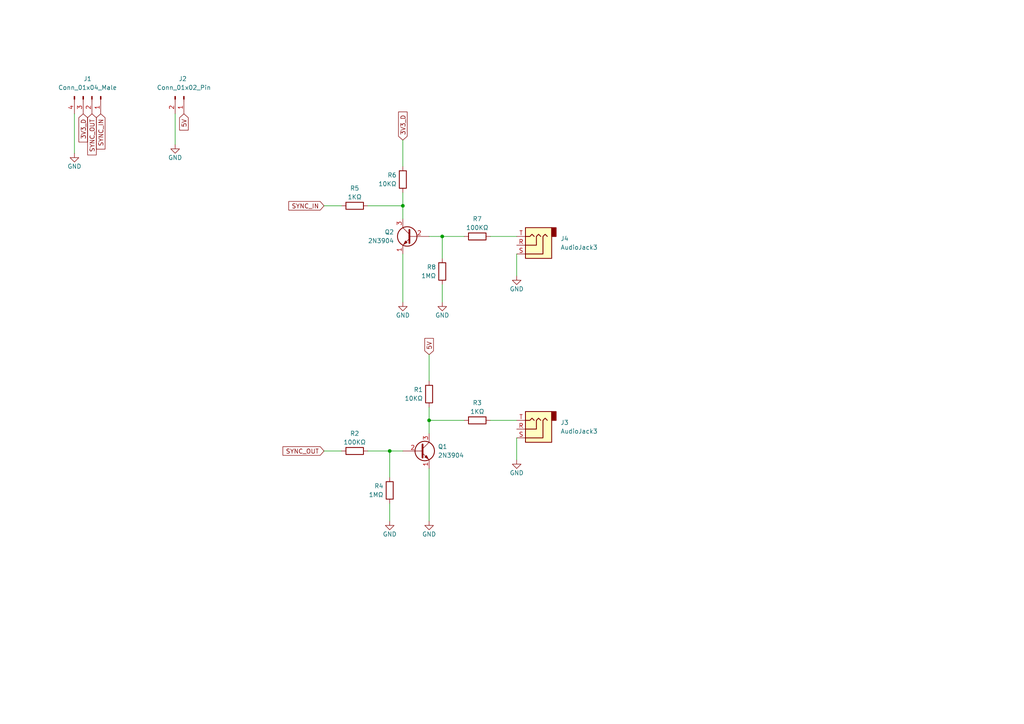
<source format=kicad_sch>
(kicad_sch (version 20231120) (generator "eeschema") (generator_version "8.0")
  (paper "A4")
  (title_block (title "Daisy Seed Development Kit Sync") (date "2024-03-06") (rev "1.0.1"))
  (lib_symbols
    (symbol "Connector:AudioJack3"
      (property "Reference" "J" (at 0 8.89 0))
      (property "Value" "AudioJack3" (at 0 6.35 0))
      (symbol "AudioJack3_0_1"
        (rectangle (start -5.08 -5.08) (end -6.35 -2.54) (stroke (width 0.254)) (fill (type outline)))
        (polyline (pts (xy 0 -2.54) (xy 0.635 -3.175) (xy 1.27 -2.54) (xy 2.54 -2.54)) (stroke (width 0.254)))
        (polyline (pts (xy -1.905 -2.54) (xy -1.27 -3.175) (xy -0.635 -2.54) (xy -0.635 0) (xy 2.54 0)) (stroke (width 0.254)))
        (polyline (pts (xy 2.54 2.54) (xy -2.54 2.54) (xy -2.54 -2.54) (xy -3.175 -3.175) (xy -3.81 -2.54)) (stroke (width 0.254)))
        (rectangle (start 2.54 3.81) (end -5.08 -5.08) (stroke (width 0.254)) (fill (type background)))
      )
      (symbol "AudioJack3_1_1"
        (pin passive line (at 5.08 0 180) (length 2.54) (name "~") (number "R"))
        (pin passive line (at 5.08 2.54 180) (length 2.54) (name "~") (number "S"))
        (pin passive line (at 5.08 -2.54 180) (length 2.54) (name "~") (number "T"))
      )
    )
    (symbol "Connector:Conn_01x02_Pin" (pin_names (offset 1.016) hide)
      (property "Reference" "J" (at 0 2.54 0))
      (property "Value" "Conn_01x02_Pin" (at 0 -5.08 0))
      (symbol "Conn_01x02_Pin_1_1"
        (polyline (pts (xy 1.27 -2.54) (xy 0.8636 -2.54)) (stroke (width 0.1524)))
        (polyline (pts (xy 1.27 0) (xy 0.8636 0)) (stroke (width 0.1524)))
        (rectangle (start 0.8636 -2.413) (end 0 -2.667) (stroke (width 0.1524)) (fill (type outline)))
        (rectangle (start 0.8636 0.127) (end 0 -0.127) (stroke (width 0.1524)) (fill (type outline)))
        (pin passive line (at 5.08 0 180) (length 3.81) (name "Pin_1") (number "1"))
        (pin passive line (at 5.08 -2.54 180) (length 3.81) (name "Pin_2") (number "2"))
      )
    )
    (symbol "Connector:Conn_01x04_Male" (pin_names (offset 1.016) hide)
      (property "Reference" "J" (at 0 5.08 0))
      (property "Value" "Conn_01x04_Male" (at 0 -7.62 0))
      (symbol "Conn_01x04_Male_1_1"
        (polyline (pts (xy 1.27 -5.08) (xy 0.8636 -5.08)) (stroke (width 0.1524)))
        (polyline (pts (xy 1.27 -2.54) (xy 0.8636 -2.54)) (stroke (width 0.1524)))
        (polyline (pts (xy 1.27 0) (xy 0.8636 0)) (stroke (width 0.1524)))
        (polyline (pts (xy 1.27 2.54) (xy 0.8636 2.54)) (stroke (width 0.1524)))
        (rectangle (start 0.8636 -4.953) (end 0 -5.207) (stroke (width 0.1524)) (fill (type outline)))
        (rectangle (start 0.8636 -2.413) (end 0 -2.667) (stroke (width 0.1524)) (fill (type outline)))
        (rectangle (start 0.8636 0.127) (end 0 -0.127) (stroke (width 0.1524)) (fill (type outline)))
        (rectangle (start 0.8636 2.667) (end 0 2.413) (stroke (width 0.1524)) (fill (type outline)))
        (pin passive line (at 5.08 2.54 180) (length 3.81) (name "Pin_1") (number "1"))
        (pin passive line (at 5.08 0 180) (length 3.81) (name "Pin_2") (number "2"))
        (pin passive line (at 5.08 -2.54 180) (length 3.81) (name "Pin_3") (number "3"))
        (pin passive line (at 5.08 -5.08 180) (length 3.81) (name "Pin_4") (number "4"))
      )
    )
    (symbol "Device:R" (pin_numbers hide) (pin_names (offset 0))
      (property "Reference" "R" (at 2.032 0 90))
      (property "Value" "R" (at 0 0 90))
      (symbol "R_0_1"
        (rectangle (start -1.016 -2.54) (end 1.016 2.54) (stroke (width 0.254)))
      )
      (symbol "R_1_1"
        (pin passive line (at 0 3.81 270) (length 1.27) (name "~") (number "1"))
        (pin passive line (at 0 -3.81 90) (length 1.27) (name "~") (number "2"))
      )
    )
    (symbol "Transistor_BJT:2N3904" (pin_names (offset 0) hide)
      (property "Reference" "Q" (at 5.08 1.905 0))
      (property "Value" "2N3904" (at 5.08 0 0))
      (symbol "2N3904_0_1"
        (polyline (pts (xy 0.635 0.635) (xy 2.54 2.54)))
        (polyline (pts (xy 0.635 -0.635) (xy 2.54 -2.54) (xy 2.54 -2.54)))
        (polyline (pts (xy 0.635 1.905) (xy 0.635 -1.905) (xy 0.635 -1.905)) (stroke (width 0.508)))
        (polyline (pts (xy 1.27 -1.778) (xy 1.778 -1.27) (xy 2.286 -2.286) (xy 1.27 -1.778) (xy 1.27 -1.778)) (fill (type outline)))
        (circle (center 1.27 0) (radius 2.8194) (stroke (width 0.254)))
      )
      (symbol "2N3904_1_1"
        (pin passive line (at 2.54 -5.08 90) (length 2.54) (name "E") (number "1"))
        (pin passive line (at -5.08 0 0) (length 5.715) (name "B") (number "2"))
        (pin passive line (at 2.54 5.08 270) (length 2.54) (name "C") (number "3"))
      )
    )
    (symbol "power:GND" (power) (pin_names (offset 0))
      (property "Value" "GND" (at 0 -3.81 0))
      (symbol "GND_0_1"
        (polyline (pts (xy 0 0) (xy 0 -1.27) (xy 1.27 -1.27) (xy 0 -2.54) (xy -1.27 -1.27) (xy 0 -1.27)))
      )
      (symbol "GND_1_1"
        (pin power_in line (at 0 0 270) (length 0) hide (name "GND") (number "1"))
      )
    )
  )
  (junction (at 113.03 130.81))
  (junction (at 128.27 68.58))
  (junction (at 124.46 121.92))
  (junction (at 116.84 59.69))
  (wire (pts (xy 21.59 33.02) (xy 21.59 44.45)))
  (wire (pts (xy 50.8 33.02) (xy 50.8 41.91)))
  (wire (pts (xy 106.68 59.69) (xy 116.84 59.69)))
  (wire (pts (xy 124.46 102.87) (xy 124.46 110.49)))
  (wire (pts (xy 113.03 130.81) (xy 113.03 138.43)))
  (wire (pts (xy 116.84 55.88) (xy 116.84 59.69)))
  (wire (pts (xy 124.46 135.89) (xy 124.46 151.13)))
  (wire (pts (xy 124.46 68.58) (xy 128.27 68.58)))
  (wire (pts (xy 124.46 118.11) (xy 124.46 121.92)))
  (wire (pts (xy 128.27 82.55) (xy 128.27 87.63)))
  (wire (pts (xy 93.98 59.69) (xy 99.06 59.69)))
  (wire (pts (xy 113.03 130.81) (xy 116.84 130.81)))
  (wire (pts (xy 149.86 73.66) (xy 149.86 80.01)))
  (wire (pts (xy 113.03 146.05) (xy 113.03 151.13)))
  (wire (pts (xy 116.84 73.66) (xy 116.84 87.63)))
  (wire (pts (xy 142.24 121.92) (xy 149.86 121.92)))
  (wire (pts (xy 93.98 130.81) (xy 99.06 130.81)))
  (wire (pts (xy 124.46 121.92) (xy 134.62 121.92)))
  (wire (pts (xy 128.27 68.58) (xy 134.62 68.58)))
  (wire (pts (xy 116.84 40.64) (xy 116.84 48.26)))
  (wire (pts (xy 106.68 130.81) (xy 113.03 130.81)))
  (wire (pts (xy 116.84 59.69) (xy 116.84 63.5)))
  (wire (pts (xy 128.27 68.58) (xy 128.27 74.93)))
  (wire (pts (xy 142.24 68.58) (xy 149.86 68.58)))
  (wire (pts (xy 149.86 127) (xy 149.86 133.35)))
  (wire (pts (xy 124.46 121.92) (xy 124.46 125.73)))
  (global_label "SYNC_IN" (shape input) (at 29.21 33.02 270) (property "Intersheetrefs" "${INTERSHEET_REFS}" (effects (hide yes))))
  (global_label "3V3_D" (shape input) (at 24.13 33.02 270) (property "Intersheetrefs" "${INTERSHEET_REFS}" (effects (hide yes))))
  (global_label "5V" (shape input) (at 53.34 33.02 270) (property "Intersheetrefs" "${INTERSHEET_REFS}" (effects (hide yes))))
  (global_label "SYNC_OUT" (shape input) (at 93.98 130.81 180) (property "Intersheetrefs" "${INTERSHEET_REFS}" (effects (hide yes))))
  (global_label "SYNC_IN" (shape input) (at 93.98 59.69 180) (property "Intersheetrefs" "${INTERSHEET_REFS}" (effects (hide yes))))
  (global_label "5V" (shape input) (at 124.46 102.87 90) (property "Intersheetrefs" "${INTERSHEET_REFS}" (effects (hide yes))))
  (global_label "SYNC_OUT" (shape input) (at 26.67 33.02 270) (property "Intersheetrefs" "${INTERSHEET_REFS}" (effects (hide yes))))
  (global_label "3V3_D" (shape input) (at 116.84 40.64 90) (property "Intersheetrefs" "${INTERSHEET_REFS}" (effects (hide yes))))
  (symbol (lib_id "Device:R") (at 102.87 59.69 90) (unit 1)
    (property "Reference" "R5" (at 102.87 54.61 90))
    (property "Value" "1KΩ" (at 102.87 57.15 90))
    (property "Footprint" "Resistor_THT:R_Axial_DIN0207_L6.3mm_D2.5mm_P10.16mm_Horizontal" (effects (hide yes)))
  )
  (symbol (lib_id "Connector:AudioJack3") (at 154.94 124.46 180) (unit 1)
    (property "Reference" "J3" (at 162.56 122.5549 0) (effects (justify right)))
    (property "Value" "AudioJack3" (at 162.56 125.0949 0) (effects (justify right)))
    (property "Footprint" "Protoplasma:PJ-307" (effects (hide yes)))
  )
  (symbol (lib_id "Device:R") (at 113.03 142.24 180) (unit 1)
    (property "Reference" "R4" (at 111.252 140.97 0) (effects (justify left)))
    (property "Value" "1MΩ" (at 111.252 143.51 0) (effects (justify left)))
    (property "Footprint" "Resistor_THT:R_Axial_DIN0207_L6.3mm_D2.5mm_P10.16mm_Horizontal" (effects (hide yes)))
  )
  (symbol (lib_id "Device:R") (at 138.43 68.58 90) (unit 1)
    (property "Reference" "R7" (at 138.43 63.5 90))
    (property "Value" "100KΩ" (at 138.43 66.04 90))
    (property "Footprint" "Resistor_THT:R_Axial_DIN0207_L6.3mm_D2.5mm_P10.16mm_Horizontal" (effects (hide yes)))
  )
  (symbol (lib_id "Device:R") (at 138.43 121.92 90) (unit 1)
    (property "Reference" "R3" (at 138.43 116.84 90))
    (property "Value" "1KΩ" (at 138.43 119.38 90))
    (property "Footprint" "Resistor_THT:R_Axial_DIN0207_L6.3mm_D2.5mm_P10.16mm_Horizontal" (effects (hide yes)))
  )
  (symbol (lib_id "Transistor_BJT:2N3904") (at 119.38 68.58 0) (mirror y) (unit 1)
    (property "Reference" "Q2" (at 114.3 67.3099 0) (effects (justify left)))
    (property "Value" "2N3904" (at 114.3 69.8499 0) (effects (justify left)))
    (property "Footprint" "Package_TO_SOT_THT:TO-92_Inline" (effects (hide yes)))
    (property "Datasheet" "https://www.onsemi.com/pub/Collateral/2N3903-D.PDF" (effects (hide yes)))
    (property "Description" "0.2A Ic, 40V Vce, Small Signal NPN Transistor, TO-92" (effects (hide yes)))
  )
  (symbol (lib_id "Connector:AudioJack3") (at 154.94 71.12 180) (unit 1)
    (property "Reference" "J4" (at 162.56 69.2149 0) (effects (justify right)))
    (property "Value" "AudioJack3" (at 162.56 71.7549 0) (effects (justify right)))
    (property "Footprint" "Protoplasma:PJ-307" (effects (hide yes)))
  )
  (symbol (lib_id "power:GND") (at 149.86 133.35 0) (mirror y) (unit 1)
    (property "Reference" "#PWR018" (effects (hide yes)))
    (property "Value" "GND" (at 149.86 137.16 0))
  )
  (symbol (lib_id "power:GND") (at 149.86 80.01 0) (mirror y) (unit 1)
    (property "Reference" "#PWR021" (effects (hide yes)))
    (property "Value" "GND" (at 149.86 83.82 0))
  )
  (symbol (lib_id "Device:R") (at 116.84 52.07 180) (unit 1)
    (property "Reference" "R6" (at 115.062 50.8 0) (effects (justify left)))
    (property "Value" "10KΩ" (at 115.062 53.34 0) (effects (justify left)))
    (property "Footprint" "Resistor_THT:R_Axial_DIN0207_L6.3mm_D2.5mm_P10.16mm_Horizontal" (effects (hide yes)))
  )
  (symbol (lib_id "power:GND") (at 50.8 41.91 0) (mirror y) (unit 1)
    (property "Reference" "#PWR017" (effects (hide yes)))
    (property "Value" "GND" (at 50.8 45.72 0))
  )
  (symbol (lib_id "power:GND") (at 21.59 44.45 0) (mirror y) (unit 1)
    (property "Reference" "#PWR03" (effects (hide yes)))
    (property "Value" "GND" (at 21.59 48.26 0))
  )
  (symbol (lib_id "power:GND") (at 124.46 151.13 0) (mirror y) (unit 1)
    (property "Reference" "#PWR022" (effects (hide yes)))
    (property "Value" "GND" (at 124.46 154.94 0))
  )
  (symbol (lib_id "power:GND") (at 113.03 151.13 0) (mirror y) (unit 1)
    (property "Reference" "#PWR019" (effects (hide yes)))
    (property "Value" "GND" (at 113.03 154.94 0))
  )
  (symbol (lib_id "Connector:Conn_01x04_Male") (at 26.67 27.94 270) (unit 1)
    (property "Reference" "J1" (at 25.4 22.86 90))
    (property "Value" "Conn_01x04_Male" (at 25.4 25.4 90))
    (property "Footprint" "Connector_PinSocket_2.54mm:PinSocket_1x04_P2.54mm_Vertical" (effects (hide yes)))
  )
  (symbol (lib_id "Connector:Conn_01x02_Pin") (at 53.34 27.94 270) (unit 1)
    (property "Reference" "J2" (at 51.816 22.86 90) (effects (justify left)))
    (property "Value" "Conn_01x02_Pin" (at 45.466 25.4 90) (effects (justify left)))
    (property "Footprint" "Connector_PinSocket_2.54mm:PinSocket_1x02_P2.54mm_Vertical" (effects (hide yes)))
    (property "Description" "Generic connector, single row, 01x02, script generated" (effects (hide yes)))
  )
  (symbol (lib_id "power:GND") (at 116.84 87.63 0) (mirror y) (unit 1)
    (property "Reference" "#PWR023" (effects (hide yes)))
    (property "Value" "GND" (at 116.84 91.44 0))
  )
  (symbol (lib_id "power:GND") (at 128.27 87.63 0) (mirror y) (unit 1)
    (property "Reference" "#PWR020" (effects (hide yes)))
    (property "Value" "GND" (at 128.27 91.44 0))
  )
  (symbol (lib_id "Transistor_BJT:2N3904") (at 121.92 130.81 0) (unit 1)
    (property "Reference" "Q1" (at 127 129.5399 0) (effects (justify left)))
    (property "Value" "2N3904" (at 127 132.0799 0) (effects (justify left)))
    (property "Footprint" "Package_TO_SOT_THT:TO-92_Inline" (effects (hide yes)))
    (property "Datasheet" "https://www.onsemi.com/pub/Collateral/2N3903-D.PDF" (effects (hide yes)))
    (property "Description" "0.2A Ic, 40V Vce, Small Signal NPN Transistor, TO-92" (effects (hide yes)))
  )
  (symbol (lib_id "Device:R") (at 102.87 130.81 90) (unit 1)
    (property "Reference" "R2" (at 102.87 125.73 90))
    (property "Value" "100KΩ" (at 102.87 128.27 90))
    (property "Footprint" "Resistor_THT:R_Axial_DIN0207_L6.3mm_D2.5mm_P10.16mm_Horizontal" (effects (hide yes)))
  )
  (symbol (lib_id "Device:R") (at 128.27 78.74 180) (unit 1)
    (property "Reference" "R8" (at 126.492 77.47 0) (effects (justify left)))
    (property "Value" "1MΩ" (at 126.492 80.01 0) (effects (justify left)))
    (property "Footprint" "Resistor_THT:R_Axial_DIN0207_L6.3mm_D2.5mm_P10.16mm_Horizontal" (effects (hide yes)))
  )
  (symbol (lib_id "Device:R") (at 124.46 114.3 180) (unit 1)
    (property "Reference" "R1" (at 122.682 113.03 0) (effects (justify left)))
    (property "Value" "10KΩ" (at 122.682 115.57 0) (effects (justify left)))
    (property "Footprint" "Resistor_THT:R_Axial_DIN0207_L6.3mm_D2.5mm_P10.16mm_Horizontal" (effects (hide yes)))
  )
)
</source>
